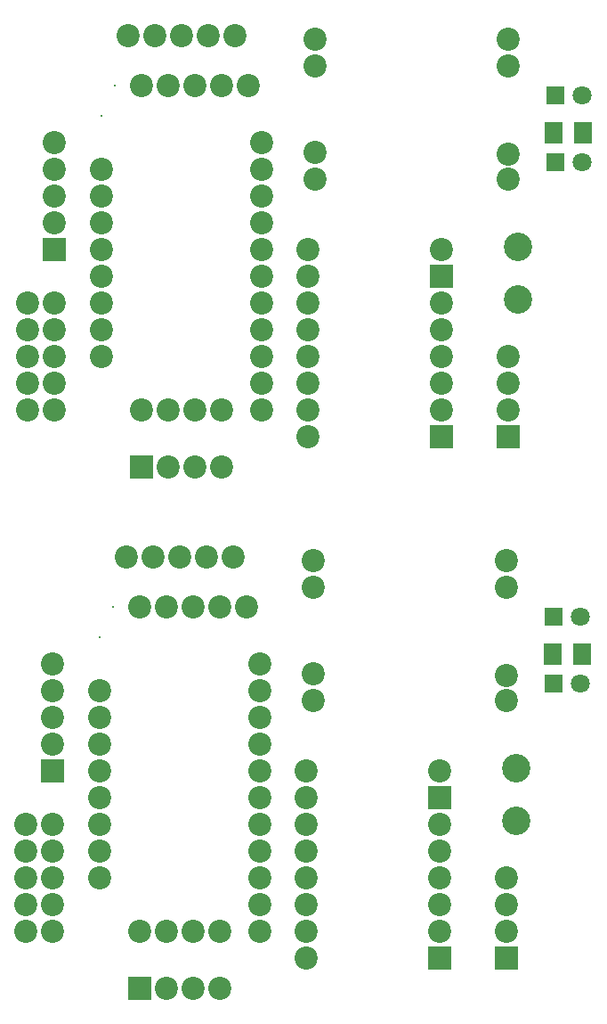
<source format=gbr>
G04 DipTrace 3.3.1.0*
G04 BottomMask.gbr*
%MOMM*%
G04 #@! TF.FileFunction,Soldermask,Bot*
G04 #@! TF.Part,Single*
%ADD26C,1.8*%
%ADD31C,2.2*%
%ADD35C,0.2*%
%ADD43C,2.2*%
%ADD45R,2.2X2.2*%
%ADD46R,1.8X1.8*%
%ADD47R,1.8X2.0*%
%ADD50C,2.7*%
%FSLAX35Y35*%
G04*
G71*
G90*
G75*
G01*
G04 BotMask*
%LPD*%
D50*
X5984750Y2936750D3*
Y3436750D3*
X6000627Y7889750D3*
Y8389750D3*
D46*
X6334000Y4873500D3*
D26*
X6588000D3*
D46*
X6334000Y4238500D3*
D26*
X6588000D3*
D47*
X6603873Y4524250D3*
X6323873D3*
D46*
X6349877Y9826500D3*
D26*
X6603877D3*
D46*
X6349877Y9191500D3*
D26*
X6603877D3*
D47*
X6619750Y9477250D3*
X6339750D3*
D45*
X1571500Y3413000D3*
D43*
Y3667000D3*
Y3921000D3*
Y4175000D3*
Y4429000D3*
D45*
X1587373Y8366000D3*
D43*
Y8620000D3*
Y8874000D3*
Y9128000D3*
Y9382000D3*
X3286000Y5445000D3*
X3032000D3*
X2778000D3*
X2524000D3*
X2270000D3*
X3301877Y10398000D3*
X3047877D3*
X2793877D3*
X2539877D3*
X2285877D3*
D45*
X2397000Y1349250D3*
D43*
X2651000D3*
X2905000D3*
X3159000D3*
D45*
X2412877Y6302250D3*
D43*
X2666877D3*
X2920877D3*
X3174877D3*
X1571500Y1889000D3*
Y2143000D3*
Y2397000D3*
Y2651000D3*
Y2905000D3*
X1317500Y1889000D3*
Y2143000D3*
Y2397000D3*
Y2651000D3*
Y2905000D3*
X1587373Y6842000D3*
Y7096000D3*
Y7350000D3*
Y7604000D3*
Y7858000D3*
X1333377Y6842000D3*
Y7096000D3*
Y7350000D3*
Y7604000D3*
Y7858000D3*
D45*
X5889500Y1635000D3*
D43*
Y1889000D3*
Y2143000D3*
Y2397000D3*
D45*
X5905373Y6588000D3*
D43*
Y6842000D3*
Y7096000D3*
Y7350000D3*
D31*
X5889500Y5413250D3*
Y5159250D3*
X4048000Y5413250D3*
Y5159250D3*
X5889500Y4317850D3*
Y4079750D3*
X4048000Y4333750D3*
Y4079750D3*
D45*
X5254620Y1635000D3*
D43*
X3984620Y3159000D3*
Y2905000D3*
Y2397000D3*
Y2143000D3*
Y1889000D3*
Y1635000D3*
X5254620Y3413000D3*
D45*
Y3159000D3*
D43*
Y2905000D3*
Y2651000D3*
Y2143000D3*
Y1889000D3*
X3984620Y3413000D3*
X5254620Y2397000D3*
X3984620Y2651000D3*
D31*
X5905377Y10366250D3*
Y10112250D3*
X4063873Y10366250D3*
Y10112250D3*
X5905377Y9270850D3*
Y9032750D3*
X4063873Y9286750D3*
Y9032750D3*
D45*
X5270497Y6588000D3*
D43*
X4000493Y8112000D3*
Y7858000D3*
Y7350000D3*
Y7096000D3*
Y6842000D3*
Y6588000D3*
X5270497Y8366000D3*
D45*
Y8112000D3*
D43*
Y7858000D3*
Y7604000D3*
Y7096000D3*
Y6842000D3*
X4000493Y8366000D3*
X5270497Y7350000D3*
X4000493Y7604000D3*
X3555877Y6842000D3*
Y7096000D3*
Y7350000D3*
Y7604000D3*
Y7858000D3*
Y8112000D3*
Y8366000D3*
Y8620000D3*
Y8874000D3*
Y9128000D3*
Y9382000D3*
X3174877Y6842000D3*
X2920877D3*
X2666877D3*
D35*
X2158877Y9921750D3*
D43*
X3174877D3*
X2920877D3*
X2412877D3*
X2666877D3*
X3428877D3*
X2031877Y7350000D3*
Y7604000D3*
Y7858000D3*
Y8112000D3*
Y8366000D3*
Y8620000D3*
Y8874000D3*
Y9128000D3*
D35*
Y9636000D3*
D43*
X2412877Y6842000D3*
X3540000Y1889000D3*
Y2143000D3*
Y2397000D3*
Y2651000D3*
Y2905000D3*
Y3159000D3*
Y3413000D3*
Y3667000D3*
Y3921000D3*
Y4175000D3*
Y4429000D3*
X3159000Y1889000D3*
X2905000D3*
X2651000D3*
D35*
X2143000Y4968750D3*
D43*
X3159000D3*
X2905000D3*
X2397000D3*
X2651000D3*
X3413000D3*
X2016000Y2397000D3*
Y2651000D3*
Y2905000D3*
Y3159000D3*
Y3413000D3*
Y3667000D3*
Y3921000D3*
Y4175000D3*
D35*
Y4683000D3*
D43*
X2397000Y1889000D3*
M02*

</source>
